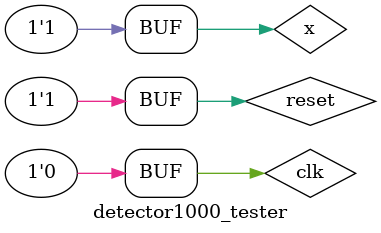
<source format=v>
module dff(input clk,reset,d,output reg q);
  always @(posedge clk or negedge reset)begin
    if(!reset)q=0;
    else q=d;
  end
endmodule
  

module detector1000(input clk,reset,x,output q);
  wire Da,Db,Dc;
  wire A,B,C;
  wire [4:0]l;
  and u0(Da,~A,B,C,~x);
  and u1(l[0],~A,B,~C,~x);
  and u2(l[1],~A,~B,C,~x);
  or (Db,l[0],l[1]);
  and u3(l[2],~A,x);
  and u4(l[3],~A,B,~C);
  and u5(l[4],~B,~C,x);
  or u6(Dc,l[2],l[3],l[4]);
  and u7(q,A,~B,~C);
  dff u8(clk,reset,Da,A);
  dff u9(clk,reset,Db,B);
  dff u10(clk,reset,Dc,C);
endmodule

module detector1000_tester;
reg  reset,clk,x;
wire q;
always@(clk)$monitor("%b",q);
initial repeat(40)#50 clk=~clk;
initial begin
clk=0;
reset=0;
x=0;
#100 reset=1;
#200 x=1;
#200 x=0;
#300 x=1;
end
detector1000 uut(clk,reset,x,q);

endmodule



</source>
